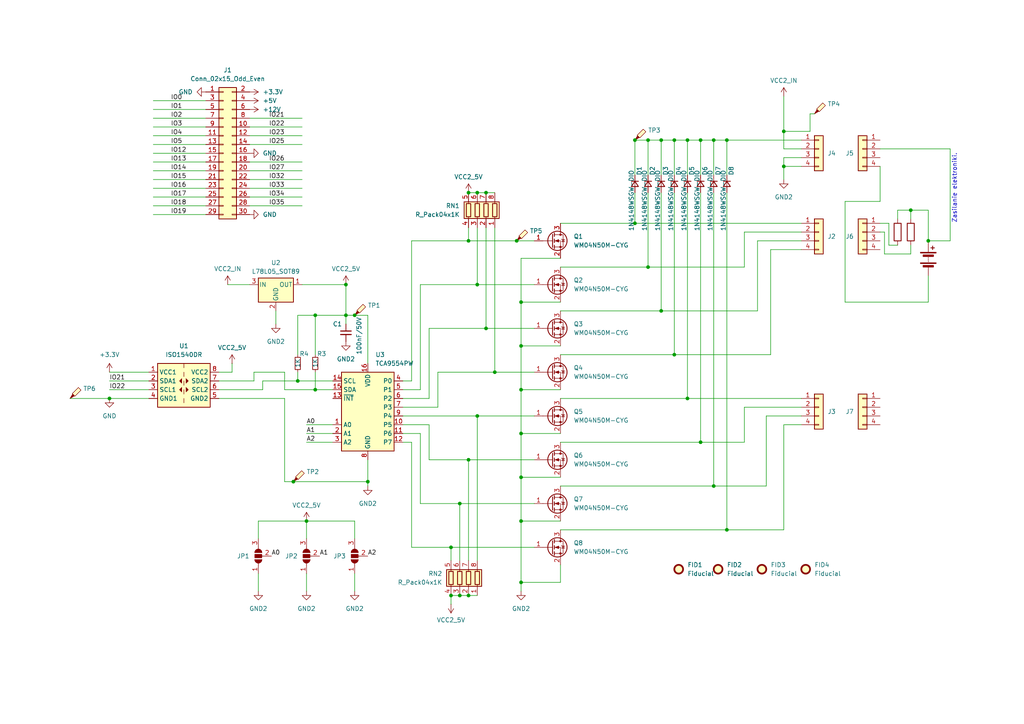
<source format=kicad_sch>
(kicad_sch (version 20231120) (generator "eeschema") (generator_version "8.0")
  (paper "A4")
  (title_block (title "Mercury_PCB_NPNOUT_x8") (date "2025-10-08") (rev "V101") (company "KrzychoPCB"))
  (lib_symbols
    (symbol "Connector:TestPoint_Probe" (pin_numbers hide) (pin_names (offset 0.762) hide)
      (property "Reference" "TP" (at 1.651 5.842 0))
      (property "Value" "TestPoint_Probe" (at 1.651 4.064 0))
      (symbol "TestPoint_Probe_1_1"
        (pin passive line (at 0 0 90) (length 0) (name "1") (number "1"))
      )
    )
    (symbol "Connector_Generic:Conn_01x04" (pin_names (offset 1.016) hide)
      (property "Reference" "J" (at 0 5.08 0))
      (property "Value" "Conn_01x04" (at 0 -7.62 0))
      (symbol "Conn_01x04_1_1"
        (pin passive line (at -5.08 2.54 0) (length 3.81) (name "Pin_1") (number "1"))
        (pin passive line (at -5.08 0 0) (length 3.81) (name "Pin_2") (number "2"))
        (pin passive line (at -5.08 -2.54 0) (length 3.81) (name "Pin_3") (number "3"))
        (pin passive line (at -5.08 -5.08 0) (length 3.81) (name "Pin_4") (number "4"))
      )
    )
    (symbol "Connector_Generic:Conn_02x15_Odd_Even" (pin_names (offset 1.016) hide)
      (property "Reference" "J" (at 1.27 20.32 0))
      (property "Value" "Conn_02x15_Odd_Even" (at 1.27 -20.32 0))
      (symbol "Conn_02x15_Odd_Even_1_1"
        (pin passive line (at -5.08 17.78 0) (length 3.81) (name "Pin_1") (number "1"))
        (pin passive line (at 7.62 7.62 180) (length 3.81) (name "Pin_10") (number "10"))
        (pin passive line (at -5.08 5.08 0) (length 3.81) (name "Pin_11") (number "11"))
        (pin passive line (at 7.62 5.08 180) (length 3.81) (name "Pin_12") (number "12"))
        (pin passive line (at -5.08 2.54 0) (length 3.81) (name "Pin_13") (number "13"))
        (pin passive line (at 7.62 2.54 180) (length 3.81) (name "Pin_14") (number "14"))
        (pin passive line (at -5.08 0 0) (length 3.81) (name "Pin_15") (number "15"))
        (pin passive line (at 7.62 0 180) (length 3.81) (name "Pin_16") (number "16"))
        (pin passive line (at -5.08 -2.54 0) (length 3.81) (name "Pin_17") (number "17"))
        (pin passive line (at 7.62 -2.54 180) (length 3.81) (name "Pin_18") (number "18"))
        (pin passive line (at -5.08 -5.08 0) (length 3.81) (name "Pin_19") (number "19"))
        (pin passive line (at 7.62 17.78 180) (length 3.81) (name "Pin_2") (number "2"))
        (pin passive line (at 7.62 -5.08 180) (length 3.81) (name "Pin_20") (number "20"))
        (pin passive line (at -5.08 -7.62 0) (length 3.81) (name "Pin_21") (number "21"))
        (pin passive line (at 7.62 -7.62 180) (length 3.81) (name "Pin_22") (number "22"))
        (pin passive line (at -5.08 -10.16 0) (length 3.81) (name "Pin_23") (number "23"))
        (pin passive line (at 7.62 -10.16 180) (length 3.81) (name "Pin_24") (number "24"))
        (pin passive line (at -5.08 -12.7 0) (length 3.81) (name "Pin_25") (number "25"))
        (pin passive line (at 7.62 -12.7 180) (length 3.81) (name "Pin_26") (number "26"))
        (pin passive line (at -5.08 -15.24 0) (length 3.81) (name "Pin_27") (number "27"))
        (pin passive line (at 7.62 -15.24 180) (length 3.81) (name "Pin_28") (number "28"))
        (pin passive line (at -5.08 -17.78 0) (length 3.81) (name "Pin_29") (number "29"))
        (pin passive line (at -5.08 15.24 0) (length 3.81) (name "Pin_3") (number "3"))
        (pin passive line (at 7.62 -17.78 180) (length 3.81) (name "Pin_30") (number "30"))
        (pin passive line (at 7.62 15.24 180) (length 3.81) (name "Pin_4") (number "4"))
        (pin passive line (at -5.08 12.7 0) (length 3.81) (name "Pin_5") (number "5"))
        (pin passive line (at 7.62 12.7 180) (length 3.81) (name "Pin_6") (number "6"))
        (pin passive line (at -5.08 10.16 0) (length 3.81) (name "Pin_7") (number "7"))
        (pin passive line (at 7.62 10.16 180) (length 3.81) (name "Pin_8") (number "8"))
        (pin passive line (at -5.08 7.62 0) (length 3.81) (name "Pin_9") (number "9"))
      )
    )
    (symbol "Device:Battery" (pin_numbers hide) (pin_names (offset 0) hide)
      (property "Reference" "BT" (at 2.54 2.54 0))
      (property "Value" "Battery" (at 2.54 0 0))
      (symbol "Battery_1_1"
        (pin passive line (at 0 5.08 270) (length 2.54) (name "+") (number "1"))
        (pin passive line (at 0 -5.08 90) (length 2.54) (name "-") (number "2"))
      )
    )
    (symbol "Device:C_Small" (pin_numbers hide) (pin_names (offset 0.254) hide)
      (property "Reference" "C" (at 0.254 1.778 0))
      (property "Value" "C_Small" (at 0.254 -2.032 0))
      (symbol "C_Small_1_1"
        (pin passive line (at 0 2.54 270) (length 2.032) (name "~") (number "1"))
        (pin passive line (at 0 -2.54 90) (length 2.032) (name "~") (number "2"))
      )
    )
    (symbol "Device:D_Small" (pin_numbers hide) (pin_names (offset 0.254) hide)
      (property "Reference" "D" (at -1.27 2.032 0))
      (property "Value" "D_Small" (at -3.81 -2.032 0))
      (symbol "D_Small_1_1"
        (pin passive line (at -2.54 0 0) (length 1.778) (name "K") (number "1"))
        (pin passive line (at 2.54 0 180) (length 1.778) (name "A") (number "2"))
      )
    )
    (symbol "Device:R" (pin_numbers hide) (pin_names (offset 0))
      (property "Reference" "R" (at 2.032 0 90))
      (property "Value" "R" (at 0 0 90))
      (symbol "R_1_1"
        (pin passive line (at 0 3.81 270) (length 1.27) (name "~") (number "1"))
        (pin passive line (at 0 -3.81 90) (length 1.27) (name "~") (number "2"))
      )
    )
    (symbol "Device:R_Pack04" (pin_names (offset 0) hide)
      (property "Reference" "RN" (at -7.62 0 90))
      (property "Value" "R_Pack04" (at 5.08 0 90))
      (symbol "R_Pack04_1_1"
        (pin passive line (at -5.08 -5.08 90) (length 2.54) (name "R1.1") (number "1"))
        (pin passive line (at -2.54 -5.08 90) (length 2.54) (name "R2.1") (number "2"))
        (pin passive line (at 0 -5.08 90) (length 2.54) (name "R3.1") (number "3"))
        (pin passive line (at 2.54 -5.08 90) (length 2.54) (name "R4.1") (number "4"))
        (pin passive line (at 2.54 5.08 270) (length 2.54) (name "R4.2") (number "5"))
        (pin passive line (at 0 5.08 270) (length 2.54) (name "R3.2") (number "6"))
        (pin passive line (at -2.54 5.08 270) (length 2.54) (name "R2.2") (number "7"))
        (pin passive line (at -5.08 5.08 270) (length 2.54) (name "R1.2") (number "8"))
      )
    )
    (symbol "Device:R_Small" (pin_numbers hide) (pin_names (offset 0.254) hide)
      (property "Reference" "R" (at 0.762 0.508 0))
      (property "Value" "R_Small" (at 0.762 -1.016 0))
      (symbol "R_Small_1_1"
        (pin passive line (at 0 2.54 270) (length 0.762) (name "~") (number "1"))
        (pin passive line (at 0 -2.54 90) (length 0.762) (name "~") (number "2"))
      )
    )
    (symbol "Interface_Expansion:TCA9554PW"
      (property "Reference" "U" (at -7.62 11.43 0))
      (property "Value" "TCA9554PW" (at 2.54 11.43 0))
      (symbol "TCA9554PW_1_1"
        (pin input line (at -10.16 -5.08 0) (length 2.54) (name "A0") (number "1"))
        (pin bidirectional line (at 10.16 -5.08 180) (length 2.54) (name "P5") (number "10"))
        (pin bidirectional line (at 10.16 -7.62 180) (length 2.54) (name "P6") (number "11"))
        (pin bidirectional line (at 10.16 -10.16 180) (length 2.54) (name "P7") (number "12"))
        (pin open_collector line (at -10.16 2.54 0) (length 2.54) (name "~{INT}") (number "13"))
        (pin input line (at -10.16 7.62 0) (length 2.54) (name "SCL") (number "14"))
        (pin bidirectional line (at -10.16 5.08 0) (length 2.54) (name "SDA") (number "15"))
        (pin power_in line (at 0 12.7 270) (length 2.54) (name "VDD") (number "16"))
        (pin input line (at -10.16 -7.62 0) (length 2.54) (name "A1") (number "2"))
        (pin input line (at -10.16 -10.16 0) (length 2.54) (name "A2") (number "3"))
        (pin bidirectional line (at 10.16 7.62 180) (length 2.54) (name "P0") (number "4"))
        (pin bidirectional line (at 10.16 5.08 180) (length 2.54) (name "P1") (number "5"))
        (pin bidirectional line (at 10.16 2.54 180) (length 2.54) (name "P2") (number "6"))
        (pin bidirectional line (at 10.16 0 180) (length 2.54) (name "P3") (number "7"))
        (pin power_in line (at 0 -15.24 90) (length 2.54) (name "GND") (number "8"))
        (pin bidirectional line (at 10.16 -2.54 180) (length 2.54) (name "P4") (number "9"))
      )
    )
    (symbol "Isolator:ISO1540"
      (property "Reference" "U" (at -6.35 6.35 0))
      (property "Value" "ISO1540" (at 3.81 6.35 0))
      (symbol "ISO1540_1_1"
        (pin power_in line (at -10.16 2.54 0) (length 2.54) (name "VCC1") (number "1"))
        (pin bidirectional line (at -10.16 0 0) (length 2.54) (name "SDA1") (number "2"))
        (pin bidirectional line (at -10.16 -2.54 0) (length 2.54) (name "SCL1") (number "3"))
        (pin power_in line (at -10.16 -5.08 0) (length 2.54) (name "GND1") (number "4"))
        (pin power_in line (at 10.16 -5.08 180) (length 2.54) (name "GND2") (number "5"))
        (pin bidirectional line (at 10.16 -2.54 180) (length 2.54) (name "SCL2") (number "6"))
        (pin bidirectional line (at 10.16 0 180) (length 2.54) (name "SDA2") (number "7"))
        (pin power_in line (at 10.16 2.54 180) (length 2.54) (name "VCC2") (number "8"))
      )
    )
    (symbol "Jumper:SolderJumper_3_Open" (pin_names (offset 0) hide)
      (property "Reference" "JP" (at -2.54 -2.54 0))
      (property "Value" "SolderJumper_3_Open" (at 0 2.794 0))
      (symbol "SolderJumper_3_Open_1_1"
        (pin passive line (at -5.08 0 0) (length 2.54) (name "A") (number "1"))
        (pin passive line (at 0 -3.81 90) (length 2.54) (name "C") (number "2"))
        (pin passive line (at 5.08 0 180) (length 2.54) (name "B") (number "3"))
      )
    )
    (symbol "Mechanical:Fiducial" (exclude_from_sim yes) (in_bom no)
      (property "Reference" "FID" (at 0 5.08 0))
      (property "Value" "Fiducial" (at 0 3.175 0))
    )
    (symbol "Regulator_Linear:L78L05_SOT89" (pin_names (offset 0.254))
      (property "Reference" "U" (at -3.81 3.175 0))
      (property "Value" "L78L05_SOT89" (at -0.635 3.175 0))
      (symbol "L78L05_SOT89_1_1"
        (pin power_out line (at 7.62 0 180) (length 2.54) (name "OUT") (number "1"))
        (pin power_in line (at 0 -7.62 90) (length 2.54) (name "GND") (number "2"))
        (pin power_in line (at -7.62 0 0) (length 2.54) (name "IN") (number "3"))
      )
    )
    (symbol "Transistor_FET:2N7002" (pin_names hide)
      (property "Reference" "Q" (at 5.08 1.905 0))
      (property "Value" "2N7002" (at 5.08 0 0))
      (symbol "2N7002_1_1"
        (pin input line (at -5.08 0 0) (length 2.54) (name "G") (number "1"))
        (pin passive line (at 2.54 -5.08 90) (length 2.54) (name "S") (number "2"))
        (pin passive line (at 2.54 5.08 270) (length 2.54) (name "D") (number "3"))
      )
    )
    (symbol "power:+12V" (power) (pin_names (offset 0))
      (property "Value" "+12V" (at 0 3.556 0))
      (symbol "+12V_1_1"
        (pin power_in line (at 0 0 90) (length 0) hide (name "+12V") (number "1"))
      )
    )
    (symbol "power:+3.3V" (power) (pin_names (offset 0))
      (property "Value" "+3.3V" (at 0 3.556 0))
      (symbol "+3.3V_1_1"
        (pin power_in line (at 0 0 90) (length 0) hide (name "+3.3V") (number "1"))
      )
    )
    (symbol "power:+5V" (power) (pin_names (offset 0))
      (property "Value" "+5V" (at 0 3.556 0))
      (symbol "+5V_1_1"
        (pin power_in line (at 0 0 90) (length 0) hide (name "+5V") (number "1"))
      )
    )
    (symbol "power:GND" (power) (pin_names (offset 0))
      (property "Value" "GND" (at 0 -3.81 0))
      (symbol "GND_1_1"
        (pin power_in line (at 0 0 270) (length 0) hide (name "GND") (number "1"))
      )
    )
    (symbol "power:VCC" (power) (pin_numbers hide) (pin_names (offset 0) hide)
      (property "Value" "VCC" (at 0 3.556 0))
      (symbol "VCC_1_1"
        (pin power_in line (at 0 0 90) (length 0) (name "~") (number "1"))
      )
    )
  )
  (junction (at 91.44 113.03))
  (junction (at 85.09 139.7))
  (junction (at 151.13 125.73))
  (junction (at 149.86 69.85))
  (junction (at 143.51 107.95))
  (junction (at 88.9 151.13))
  (junction (at 140.97 55.88))
  (junction (at 102.87 91.44))
  (junction (at 135.89 55.88))
  (junction (at 151.13 168.91))
  (junction (at 184.15 64.77))
  (junction (at 133.35 146.05))
  (junction (at 133.35 172.72))
  (junction (at 151.13 113.03))
  (junction (at 203.2 40.64))
  (junction (at 187.96 40.64))
  (junction (at 31.75 115.57))
  (junction (at 100.33 91.44))
  (junction (at 86.36 110.49))
  (junction (at 227.33 38.1))
  (junction (at 207.01 140.97))
  (junction (at 207.01 40.64))
  (junction (at 203.2 128.27))
  (junction (at 210.82 40.64))
  (junction (at 184.15 40.64))
  (junction (at 151.13 151.13))
  (junction (at 130.81 172.72))
  (junction (at 191.77 90.17))
  (junction (at 91.44 91.44))
  (junction (at 199.39 115.57))
  (junction (at 195.58 102.87))
  (junction (at 195.58 40.64))
  (junction (at 135.89 69.85))
  (junction (at 140.97 95.25))
  (junction (at 151.13 138.43))
  (junction (at 130.81 158.75))
  (junction (at 187.96 77.47))
  (junction (at 135.89 172.72))
  (junction (at 138.43 120.65))
  (junction (at 135.89 133.35))
  (junction (at 100.33 82.55))
  (junction (at 191.77 40.64))
  (junction (at 269.24 69.85))
  (junction (at 138.43 55.88))
  (junction (at 106.68 139.7))
  (junction (at 151.13 87.63))
  (junction (at 138.43 82.55))
  (junction (at 227.33 48.26))
  (junction (at 264.16 60.96))
  (junction (at 210.82 153.67))
  (junction (at 151.13 100.33))
  (junction (at 199.39 40.64))
  (wire (pts (xy 207.01 40.64) (xy 207.01 50.8)))
  (wire (pts (xy 187.96 40.64) (xy 184.15 40.64)))
  (wire (pts (xy 264.16 60.96) (xy 264.16 63.5)))
  (wire (pts (xy 215.9 118.11) (xy 232.41 118.11)))
  (wire (pts (xy 227.33 38.1) (xy 227.33 43.18)))
  (wire (pts (xy 44.45 29.21) (xy 59.69 29.21)))
  (wire (pts (xy 222.25 120.65) (xy 232.41 120.65)))
  (wire (pts (xy 199.39 55.88) (xy 199.39 115.57)))
  (wire (pts (xy 223.52 72.39) (xy 223.52 102.87)))
  (wire (pts (xy 127 107.95) (xy 127 118.11)))
  (wire (pts (xy 87.63 46.99) (xy 72.39 46.99)))
  (wire (pts (xy 44.45 34.29) (xy 59.69 34.29)))
  (wire (pts (xy 135.89 69.85) (xy 149.86 69.85)))
  (wire (pts (xy 184.15 55.88) (xy 184.15 64.77)))
  (wire (pts (xy 154.94 82.55) (xy 138.43 82.55)))
  (wire (pts (xy 151.13 138.43) (xy 151.13 151.13)))
  (wire (pts (xy 119.38 110.49) (xy 119.38 69.85)))
  (wire (pts (xy 203.2 40.64) (xy 199.39 40.64)))
  (wire (pts (xy 140.97 95.25) (xy 154.94 95.25)))
  (wire (pts (xy 124.46 95.25) (xy 140.97 95.25)))
  (wire (pts (xy 44.45 39.37) (xy 59.69 39.37)))
  (wire (pts (xy 184.15 64.77) (xy 232.41 64.77)))
  (wire (pts (xy 269.24 69.85) (xy 275.59 69.85)))
  (wire (pts (xy 74.93 166.37) (xy 74.93 171.45)))
  (wire (pts (xy 116.84 110.49) (xy 119.38 110.49)))
  (wire (pts (xy 86.36 110.49) (xy 96.52 110.49)))
  (wire (pts (xy 87.63 82.55) (xy 100.33 82.55)))
  (wire (pts (xy 87.63 54.61) (xy 72.39 54.61)))
  (wire (pts (xy 151.13 87.63) (xy 162.56 87.63)))
  (wire (pts (xy 44.45 49.53) (xy 59.69 49.53)))
  (wire (pts (xy 151.13 125.73) (xy 162.56 125.73)))
  (wire (pts (xy 91.44 113.03) (xy 96.52 113.03)))
  (wire (pts (xy 87.63 49.53) (xy 72.39 49.53)))
  (wire (pts (xy 100.33 91.44) (xy 102.87 91.44)))
  (wire (pts (xy 138.43 82.55) (xy 121.92 82.55)))
  (wire (pts (xy 154.94 107.95) (xy 143.51 107.95)))
  (wire (pts (xy 151.13 87.63) (xy 151.13 100.33)))
  (wire (pts (xy 82.55 107.95) (xy 82.55 113.03)))
  (wire (pts (xy 234.95 33.02) (xy 234.95 38.1)))
  (wire (pts (xy 121.92 125.73) (xy 121.92 146.05)))
  (wire (pts (xy 227.33 27.94) (xy 227.33 38.1)))
  (wire (pts (xy 82.55 139.7) (xy 85.09 139.7)))
  (wire (pts (xy 203.2 128.27) (xy 215.9 128.27)))
  (wire (pts (xy 80.01 90.17) (xy 80.01 93.98)))
  (wire (pts (xy 256.54 73.66) (xy 264.16 73.66)))
  (wire (pts (xy 151.13 100.33) (xy 162.56 100.33)))
  (wire (pts (xy 210.82 40.64) (xy 232.41 40.64)))
  (wire (pts (xy 86.36 91.44) (xy 91.44 91.44)))
  (wire (pts (xy 102.87 151.13) (xy 88.9 151.13)))
  (wire (pts (xy 207.01 55.88) (xy 207.01 140.97)))
  (wire (pts (xy 130.81 158.75) (xy 130.81 162.56)))
  (wire (pts (xy 86.36 102.87) (xy 86.36 91.44)))
  (wire (pts (xy 151.13 168.91) (xy 162.56 168.91)))
  (wire (pts (xy 87.63 59.69) (xy 72.39 59.69)))
  (wire (pts (xy 195.58 40.64) (xy 195.58 50.8)))
  (wire (pts (xy 140.97 55.88) (xy 143.51 55.88)))
  (wire (pts (xy 162.56 153.67) (xy 210.82 153.67)))
  (wire (pts (xy 215.9 67.31) (xy 232.41 67.31)))
  (wire (pts (xy 162.56 102.87) (xy 195.58 102.87)))
  (wire (pts (xy 88.9 151.13) (xy 74.93 151.13)))
  (wire (pts (xy 187.96 77.47) (xy 215.9 77.47)))
  (wire (pts (xy 227.33 43.18) (xy 232.41 43.18)))
  (wire (pts (xy 86.36 107.95) (xy 86.36 110.49)))
  (wire (pts (xy 138.43 66.04) (xy 138.43 82.55)))
  (wire (pts (xy 162.56 90.17) (xy 191.77 90.17)))
  (wire (pts (xy 100.33 91.44) (xy 100.33 93.98)))
  (wire (pts (xy 227.33 153.67) (xy 227.33 123.19)))
  (wire (pts (xy 116.84 120.65) (xy 138.43 120.65)))
  (wire (pts (xy 133.35 172.72) (xy 135.89 172.72)))
  (wire (pts (xy 135.89 172.72) (xy 138.43 172.72)))
  (wire (pts (xy 151.13 74.93) (xy 151.13 87.63)))
  (wire (pts (xy 162.56 74.93) (xy 151.13 74.93)))
  (wire (pts (xy 255.27 67.31) (xy 256.54 67.31)))
  (wire (pts (xy 232.41 45.72) (xy 227.33 45.72)))
  (wire (pts (xy 162.56 115.57) (xy 199.39 115.57)))
  (wire (pts (xy 88.9 151.13) (xy 88.9 156.21)))
  (wire (pts (xy 44.45 44.45) (xy 59.69 44.45)))
  (wire (pts (xy 138.43 120.65) (xy 154.94 120.65)))
  (wire (pts (xy 133.35 146.05) (xy 133.35 162.56)))
  (wire (pts (xy 260.35 60.96) (xy 264.16 60.96)))
  (wire (pts (xy 135.89 55.88) (xy 138.43 55.88)))
  (wire (pts (xy 234.95 38.1) (xy 227.33 38.1)))
  (wire (pts (xy 151.13 100.33) (xy 151.13 113.03)))
  (wire (pts (xy 119.38 128.27) (xy 116.84 128.27)))
  (wire (pts (xy 106.68 91.44) (xy 106.68 105.41)))
  (wire (pts (xy 143.51 66.04) (xy 143.51 107.95)))
  (wire (pts (xy 143.51 107.95) (xy 127 107.95)))
  (wire (pts (xy 232.41 72.39) (xy 223.52 72.39)))
  (wire (pts (xy 121.92 146.05) (xy 133.35 146.05)))
  (wire (pts (xy 44.45 52.07) (xy 59.69 52.07)))
  (wire (pts (xy 255.27 58.42) (xy 245.11 58.42)))
  (wire (pts (xy 275.59 43.18) (xy 255.27 43.18)))
  (wire (pts (xy 20.32 115.57) (xy 31.75 115.57)))
  (wire (pts (xy 63.5 110.49) (xy 73.66 110.49)))
  (wire (pts (xy 76.2 113.03) (xy 76.2 110.49)))
  (wire (pts (xy 31.75 115.57) (xy 43.18 115.57)))
  (wire (pts (xy 232.41 48.26) (xy 227.33 48.26)))
  (wire (pts (xy 44.45 54.61) (xy 59.69 54.61)))
  (wire (pts (xy 162.56 163.83) (xy 162.56 168.91)))
  (wire (pts (xy 44.45 62.23) (xy 59.69 62.23)))
  (wire (pts (xy 44.45 41.91) (xy 59.69 41.91)))
  (wire (pts (xy 135.89 133.35) (xy 154.94 133.35)))
  (wire (pts (xy 102.87 91.44) (xy 106.68 91.44)))
  (wire (pts (xy 44.45 46.99) (xy 59.69 46.99)))
  (wire (pts (xy 88.9 123.19) (xy 96.52 123.19)))
  (wire (pts (xy 195.58 55.88) (xy 195.58 102.87)))
  (wire (pts (xy 255.27 64.77) (xy 257.81 64.77)))
  (wire (pts (xy 88.9 125.73) (xy 96.52 125.73)))
  (wire (pts (xy 184.15 40.64) (xy 184.15 50.8)))
  (wire (pts (xy 130.81 172.72) (xy 130.81 175.26)))
  (wire (pts (xy 151.13 125.73) (xy 151.13 138.43)))
  (wire (pts (xy 151.13 138.43) (xy 162.56 138.43)))
  (wire (pts (xy 106.68 133.35) (xy 106.68 139.7)))
  (wire (pts (xy 140.97 66.04) (xy 140.97 95.25)))
  (wire (pts (xy 63.5 115.57) (xy 82.55 115.57)))
  (wire (pts (xy 31.75 110.49) (xy 43.18 110.49)))
  (wire (pts (xy 116.84 125.73) (xy 121.92 125.73)))
  (wire (pts (xy 195.58 102.87) (xy 223.52 102.87)))
  (wire (pts (xy 127 118.11) (xy 116.84 118.11)))
  (wire (pts (xy 245.11 58.42) (xy 245.11 87.63)))
  (wire (pts (xy 191.77 40.64) (xy 191.77 50.8)))
  (wire (pts (xy 162.56 128.27) (xy 203.2 128.27)))
  (wire (pts (xy 264.16 60.96) (xy 269.24 60.96)))
  (wire (pts (xy 199.39 115.57) (xy 232.41 115.57)))
  (wire (pts (xy 133.35 146.05) (xy 154.94 146.05)))
  (wire (pts (xy 195.58 40.64) (xy 191.77 40.64)))
  (wire (pts (xy 87.63 39.37) (xy 72.39 39.37)))
  (wire (pts (xy 130.81 158.75) (xy 154.94 158.75)))
  (wire (pts (xy 87.63 57.15) (xy 72.39 57.15)))
  (wire (pts (xy 82.55 113.03) (xy 91.44 113.03)))
  (wire (pts (xy 135.89 133.35) (xy 135.89 162.56)))
  (wire (pts (xy 74.93 151.13) (xy 74.93 156.21)))
  (wire (pts (xy 135.89 66.04) (xy 135.89 69.85)))
  (wire (pts (xy 116.84 123.19) (xy 124.46 123.19)))
  (wire (pts (xy 82.55 115.57) (xy 82.55 139.7)))
  (wire (pts (xy 44.45 31.75) (xy 59.69 31.75)))
  (wire (pts (xy 245.11 87.63) (xy 269.24 87.63)))
  (wire (pts (xy 31.75 113.03) (xy 43.18 113.03)))
  (wire (pts (xy 100.33 82.55) (xy 100.33 91.44)))
  (wire (pts (xy 102.87 156.21) (xy 102.87 151.13)))
  (wire (pts (xy 149.86 69.85) (xy 154.94 69.85)))
  (wire (pts (xy 215.9 128.27) (xy 215.9 118.11)))
  (wire (pts (xy 151.13 168.91) (xy 151.13 171.45)))
  (wire (pts (xy 222.25 140.97) (xy 222.25 120.65)))
  (wire (pts (xy 73.66 110.49) (xy 73.66 107.95)))
  (wire (pts (xy 88.9 166.37) (xy 88.9 171.45)))
  (wire (pts (xy 31.75 107.95) (xy 43.18 107.95)))
  (wire (pts (xy 199.39 40.64) (xy 199.39 50.8)))
  (wire (pts (xy 236.22 33.02) (xy 234.95 33.02)))
  (wire (pts (xy 151.13 151.13) (xy 151.13 168.91)))
  (wire (pts (xy 119.38 158.75) (xy 130.81 158.75)))
  (wire (pts (xy 210.82 40.64) (xy 207.01 40.64)))
  (wire (pts (xy 73.66 107.95) (xy 82.55 107.95)))
  (wire (pts (xy 85.09 139.7) (xy 106.68 139.7)))
  (wire (pts (xy 44.45 57.15) (xy 59.69 57.15)))
  (wire (pts (xy 76.2 110.49) (xy 86.36 110.49)))
  (wire (pts (xy 106.68 139.7) (xy 106.68 140.97)))
  (wire (pts (xy 67.31 105.41) (xy 67.31 107.95)))
  (wire (pts (xy 162.56 140.97) (xy 207.01 140.97)))
  (wire (pts (xy 87.63 52.07) (xy 72.39 52.07)))
  (wire (pts (xy 87.63 36.83) (xy 72.39 36.83)))
  (wire (pts (xy 124.46 123.19) (xy 124.46 133.35)))
  (wire (pts (xy 119.38 128.27) (xy 119.38 158.75)))
  (wire (pts (xy 102.87 166.37) (xy 102.87 171.45)))
  (wire (pts (xy 66.04 82.55) (xy 72.39 82.55)))
  (wire (pts (xy 227.33 123.19) (xy 232.41 123.19)))
  (wire (pts (xy 67.31 107.95) (xy 63.5 107.95)))
  (wire (pts (xy 121.92 113.03) (xy 116.84 113.03)))
  (wire (pts (xy 91.44 107.95) (xy 91.44 113.03)))
  (wire (pts (xy 162.56 77.47) (xy 187.96 77.47)))
  (wire (pts (xy 63.5 113.03) (xy 76.2 113.03)))
  (wire (pts (xy 210.82 55.88) (xy 210.82 153.67)))
  (wire (pts (xy 210.82 153.67) (xy 227.33 153.67)))
  (wire (pts (xy 207.01 140.97) (xy 222.25 140.97)))
  (wire (pts (xy 162.56 64.77) (xy 184.15 64.77)))
  (wire (pts (xy 87.63 34.29) (xy 72.39 34.29)))
  (wire (pts (xy 130.81 172.72) (xy 133.35 172.72)))
  (wire (pts (xy 116.84 115.57) (xy 124.46 115.57)))
  (wire (pts (xy 215.9 77.47) (xy 215.9 67.31)))
  (wire (pts (xy 255.27 48.26) (xy 255.27 58.42)))
  (wire (pts (xy 138.43 120.65) (xy 138.43 162.56)))
  (wire (pts (xy 256.54 67.31) (xy 256.54 73.66)))
  (wire (pts (xy 199.39 40.64) (xy 195.58 40.64)))
  (wire (pts (xy 210.82 50.8) (xy 210.82 40.64)))
  (wire (pts (xy 207.01 40.64) (xy 203.2 40.64)))
  (wire (pts (xy 203.2 40.64) (xy 203.2 50.8)))
  (wire (pts (xy 219.71 90.17) (xy 219.71 69.85)))
  (wire (pts (xy 87.63 41.91) (xy 72.39 41.91)))
  (wire (pts (xy 191.77 40.64) (xy 187.96 40.64)))
  (wire (pts (xy 257.81 71.12) (xy 260.35 71.12)))
  (wire (pts (xy 191.77 55.88) (xy 191.77 90.17)))
  (wire (pts (xy 124.46 115.57) (xy 124.46 95.25)))
  (wire (pts (xy 151.13 113.03) (xy 151.13 125.73)))
  (wire (pts (xy 203.2 55.88) (xy 203.2 128.27)))
  (wire (pts (xy 91.44 91.44) (xy 100.33 91.44)))
  (wire (pts (xy 260.35 63.5) (xy 260.35 60.96)))
  (wire (pts (xy 119.38 69.85) (xy 135.89 69.85)))
  (wire (pts (xy 88.9 128.27) (xy 96.52 128.27)))
  (wire (pts (xy 227.33 48.26) (xy 227.33 52.07)))
  (wire (pts (xy 264.16 73.66) (xy 264.16 71.12)))
  (wire (pts (xy 269.24 60.96) (xy 269.24 69.85)))
  (wire (pts (xy 121.92 82.55) (xy 121.92 113.03)))
  (wire (pts (xy 138.43 55.88) (xy 140.97 55.88)))
  (wire (pts (xy 91.44 102.87) (xy 91.44 91.44)))
  (wire (pts (xy 44.45 59.69) (xy 59.69 59.69)))
  (wire (pts (xy 257.81 64.77) (xy 257.81 71.12)))
  (wire (pts (xy 191.77 90.17) (xy 219.71 90.17)))
  (wire (pts (xy 151.13 151.13) (xy 162.56 151.13)))
  (wire (pts (xy 44.45 36.83) (xy 59.69 36.83)))
  (wire (pts (xy 124.46 133.35) (xy 135.89 133.35)))
  (wire (pts (xy 187.96 40.64) (xy 187.96 50.8)))
  (wire (pts (xy 227.33 45.72) (xy 227.33 48.26)))
  (wire (pts (xy 219.71 69.85) (xy 232.41 69.85)))
  (wire (pts (xy 187.96 55.88) (xy 187.96 77.47)))
  (wire (pts (xy 269.24 80.01) (xy 269.24 87.63)))
  (wire (pts (xy 275.59 43.18) (xy 275.59 69.85)))
  (wire (pts (xy 151.13 113.03) (xy 162.56 113.03)))
  (text "Zasilanie elektroniki." (at 276.86 54.61 90) (effects (font (size 1.27 1.27))))
  (label "IO35" (at 82.55 59.69 180))
  (label "A2" (at 88.9 128.27 0))
  (label "IO21" (at 31.75 110.49 0))
  (label "IO2" (at 49.53 34.29 0))
  (label "IO26" (at 82.55 46.99 180))
  (label "IO4" (at 49.53 39.37 0))
  (label "IO34" (at 82.55 57.15 180))
  (label "IO0" (at 49.53 29.21 0))
  (label "IO5" (at 49.53 41.91 0))
  (label "IO33" (at 82.55 54.61 180))
  (label "IO1" (at 49.53 31.75 0))
  (label "IO15" (at 49.53 52.07 0))
  (label "IO13" (at 49.53 46.99 0))
  (label "IO18" (at 49.53 59.69 0))
  (label "IO17" (at 49.53 57.15 0))
  (label "IO14" (at 49.53 49.53 0))
  (label "IO16" (at 49.53 54.61 0))
  (label "IO22" (at 82.55 36.83 180))
  (label "IO32" (at 82.55 52.07 180))
  (label "A0" (at 78.74 161.29 0))
  (label "IO23" (at 82.55 39.37 180))
  (label "IO21" (at 82.55 34.29 180))
  (label "IO25" (at 82.55 41.91 180))
  (label "A2" (at 106.68 161.29 0))
  (label "IO27" (at 82.55 49.53 180))
  (label "IO3" (at 49.53 36.83 0))
  (label "IO22" (at 31.75 113.03 0))
  (label "A1" (at 88.9 125.73 0))
  (label "IO12" (at 49.53 44.45 0))
  (label "A1" (at 92.71 161.29 0))
  (label "IO19" (at 49.53 62.23 0))
  (label "A0" (at 88.9 123.19 0))
  (symbol (lib_id "Interface_Expansion:TCA9554PW") (at 106.68 118.11 0) (unit 1)
    (property "Reference" "U3" (at 108.8741 102.87 0) (effects (justify left)))
    (property "Value" "TCA9554PW" (at 108.8741 105.41 0) (effects (justify left)))
    (property "Footprint" "Package_SO:TSSOP-16_4.4x5mm_P0.65mm" (effects (hide yes)))
    (property "Datasheet" "http://www.ti.com/lit/ds/symlink/tca9554.pdf" (effects (hide yes)))
    (property "Description" "8 Bit Port/Expander, I2C SMBUS, Interrupt output, TSSOP-16" (effects (hide yes)))
    (property "TME" "TCA9554APWR" (effects (hide yes)))
    (property "cena" "3,33" (effects (hide yes)))
  )
  (symbol (lib_id "Regulator_Linear:L78L05_SOT89") (at 80.01 82.55 0) (unit 1)
    (property "Reference" "U2" (at 80.01 76.2 0))
    (property "Value" "L78L05_SOT89" (at 80.01 78.74 0))
    (property "Footprint" "Package_TO_SOT_SMD:SOT-89-3" (effects (hide yes)))
    (property "Datasheet" "http://www.st.com/content/ccc/resource/technical/document/datasheet/15/55/e5/aa/23/5b/43/fd/CD00000446.pdf/files/CD00000446.pdf/jcr:content/translations/en.CD00000446.pdf" (effects (hide yes)))
    (property "Description" "Positive 100mA 30V Linear Regulator, Fixed Output 5V, SOT-89" (effects (hide yes)))
    (property "TME" "L78L05ABUTR" (effects (hide yes)))
    (property "cena" "0,43" (effects (hide yes)))
  )
  (symbol (lib_id "Transistor_FET:2N7002") (at 160.02 95.25 0) (unit 1)
    (property "Reference" "Q3" (at 166.37 93.9799 0) (effects (justify left)))
    (property "Value" "WM04N50M-CYG" (at 166.37 96.5199 0) (effects (justify left)))
    (property "Footprint" "Package_TO_SOT_SMD:SOT-23" (effects (hide yes)))
    (property "Datasheet" "chrome-extension://efaidnbmnnnibpcajpcglclefindmkaj/https://way-on.cn/upload/202310/07/202310071434182148.pdf" (effects (hide yes)))
    (property "Description" "0.115A Id, 60V Vds, N-Channel MOSFET, SOT-23" (effects (hide yes)))
    (property "TME" "WM04N50M-CYG" (effects (hide yes)))
    (property "cena" "0,14" (effects (hide yes)))
  )
  (symbol (lib_id "Transistor_FET:2N7002") (at 160.02 120.65 0) (unit 1)
    (property "Reference" "Q5" (at 166.37 119.3799 0) (effects (justify left)))
    (property "Value" "WM04N50M-CYG" (at 166.37 121.9199 0) (effects (justify left)))
    (property "Footprint" "Package_TO_SOT_SMD:SOT-23" (effects (hide yes)))
    (property "Datasheet" "chrome-extension://efaidnbmnnnibpcajpcglclefindmkaj/https://way-on.cn/upload/202310/07/202310071434182148.pdf" (effects (hide yes)))
    (property "Description" "0.115A Id, 60V Vds, N-Channel MOSFET, SOT-23" (effects (hide yes)))
    (property "TME" "WM04N50M-CYG" (effects (hide yes)))
    (property "cena" "0,14" (effects (hide yes)))
  )
  (symbol (lib_id "Connector_Generic:Conn_01x04") (at 237.49 118.11 0) (unit 1)
    (property "Reference" "J3" (at 240.03 119.3799 0) (effects (justify left)))
    (property "Value" "OQ0412500000G" (effects (hide yes)))
    (property "Footprint" "degson:15EDGVC-3.5-04P" (effects (hide yes)))
    (property "Description" "Generic connector, single row, 01x04, script generated (kicad-library-utils/schlib/autogen/connector/)" (effects (hide yes)))
    (property "TME" "OQ0412500000G" (effects (hide yes)))
    (property "cena" "1,8" (effects (hide yes)))
  )
  (symbol (lib_id "Device:D_Small") (at 184.15 53.34 270) (unit 1)
    (property "Reference" "D1" (at 185.42 49.53 0))
    (property "Value" "1N4148WSGW-DIO" (at 183.134 58.166 0))
    (property "Footprint" "Diode_SMD:D_SOD-323_HandSoldering" (effects (hide yes)))
    (property "Sim.Device" "D" (effects (hide yes)))
    (property "Sim.Pins" "1=K 2=A" (effects (hide yes)))
    (property "LCSC Part #" "C2128" (effects (hide yes)))
    (property "Order" "3000" (effects (hide yes)))
    (property "LCSC_price" "0,0065" (effects (hide yes)))
    (property "TME_price" "0,0095" (effects (hide yes)))
    (property "TME" "1N4148WSGW-DIO" (effects (hide yes)))
    (property "cena" "0,043" (effects (hide yes)))
  )
  (symbol (lib_id "power:+3.3V") (at 72.39 26.67 270) (unit 1)
    (property "Reference" "#PWR05" (effects (hide yes)))
    (property "Value" "+3.3V" (at 76.2 26.67 90) (effects (justify left)))
  )
  (symbol (lib_id "Device:R") (at 264.16 67.31 0) (unit 1)
    (property "Reference" "R1" (effects (hide yes)))
    (property "Value" "R" (effects (hide yes)))
    (property "Description" "Resistor" (effects (hide yes)))
  )
  (symbol (lib_id "Connector_Generic:Conn_01x04") (at 237.49 43.18 0) (unit 1)
    (property "Reference" "J4" (at 240.03 44.4499 0) (effects (justify left)))
    (property "Value" "OQ0412500000G" (effects (hide yes)))
    (property "Footprint" "degson:15EDGVC-3.5-04P" (effects (hide yes)))
    (property "Description" "Generic connector, single row, 01x04, script generated (kicad-library-utils/schlib/autogen/connector/)" (effects (hide yes)))
    (property "TME" "OQ0412500000G" (effects (hide yes)))
    (property "cena" "1,8" (effects (hide yes)))
  )
  (symbol (lib_id "Device:R_Pack04") (at 138.43 60.96 0) (mirror y) (unit 1)
    (property "Reference" "RN1" (at 133.35 59.6899 0) (effects (justify left)))
    (property "Value" "R_Pack04x1K" (at 133.35 62.2299 0) (effects (justify left)))
    (property "Footprint" "Resistor_SMD:R_Array_Convex_4x0603" (effects (hide yes)))
    (property "Description" "4 resistor network, parallel topology" (effects (hide yes)))
    (property "TME" "YC164-FR-071KL" (effects (hide yes)))
    (property "cena" "0,1" (effects (hide yes)))
  )
  (symbol (lib_id "Connector:TestPoint_Probe") (at 20.32 115.57 0) (unit 1)
    (property "Reference" "TP6" (at 24.13 112.7124 0) (effects (justify left)))
    (property "Value" "TestPoint_Probe" (effects (hide yes)))
    (property "Footprint" "TestPoint:TestPoint_THTPad_1.5x1.5mm_Drill0.7mm" (effects (hide yes)))
    (property "Description" "test point (alternative probe-style design)" (effects (hide yes)))
  )
  (symbol (lib_id "Jumper:SolderJumper_3_Open") (at 74.93 161.29 90) (unit 1) (in_bom no)
    (property "Reference" "JP1" (at 72.39 161.29 90) (effects (justify left)))
    (property "Value" "SolderJumper_3_Open" (effects (hide yes)))
    (property "Footprint" "Jumper:SolderJumper-3_P1.3mm_Open_RoundedPad1.0x1.5mm" (effects (hide yes)))
  )
  (symbol (lib_id "Mechanical:Fiducial") (at 233.68 165.1 0) (unit 1) (exclude_from_sim yes) (in_bom no)
    (property "Reference" "FID4" (at 236.22 163.8299 0) (effects (justify left)))
    (property "Value" "Fiducial" (at 236.22 166.3699 0) (effects (justify left)))
    (property "Footprint" "Fiducial:Fiducial_1mm_Mask2mm" (effects (hide yes)))
    (property "Description" "Fiducial Marker" (effects (hide yes)))
  )
  (symbol (lib_id "power:GND") (at 31.75 115.57 0) (unit 1)
    (property "Reference" "#PWR02" (effects (hide yes)))
    (property "Value" "GND" (at 31.75 120.65 0))
  )
  (symbol (lib_id "Device:Battery") (at 269.24 74.93 0) (unit 1)
    (property "Reference" "BT1" (effects (hide yes)))
    (property "Value" "Battery" (effects (hide yes)))
    (property "Description" "Multiple-cell battery" (effects (hide yes)))
  )
  (symbol (lib_id "power:GND") (at 227.33 52.07 0) (unit 1)
    (property "Reference" "#PWR019" (effects (hide yes)))
    (property "Value" "GND2" (at 227.33 57.15 0))
  )
  (symbol (lib_id "Transistor_FET:2N7002") (at 160.02 133.35 0) (unit 1)
    (property "Reference" "Q6" (at 166.37 132.0799 0) (effects (justify left)))
    (property "Value" "WM04N50M-CYG" (at 166.37 134.6199 0) (effects (justify left)))
    (property "Footprint" "Package_TO_SOT_SMD:SOT-23" (effects (hide yes)))
    (property "Datasheet" "chrome-extension://efaidnbmnnnibpcajpcglclefindmkaj/https://way-on.cn/upload/202310/07/202310071434182148.pdf" (effects (hide yes)))
    (property "Description" "0.115A Id, 60V Vds, N-Channel MOSFET, SOT-23" (effects (hide yes)))
    (property "TME" "WM04N50M-CYG" (effects (hide yes)))
    (property "cena" "0,14" (effects (hide yes)))
  )
  (symbol (lib_id "Isolator:ISO1540") (at 53.34 110.49 0) (unit 1)
    (property "Reference" "U1" (at 53.34 100.33 0))
    (property "Value" "ISO1540DR" (at 53.34 102.87 0))
    (property "Footprint" "Package_SO:SOIC-8_3.9x4.9mm_P1.27mm" (effects (hide yes)))
    (property "Datasheet" "http://www.ti.com/lit/ds/symlink/iso1541.pdf" (effects (hide yes)))
    (property "Description" "I2C Isolator, 2.5 kVrms, Bidirectional clock and data, SOIC-8" (effects (hide yes)))
    (property "TME" "ISO1540DR" (effects (hide yes)))
    (property "cena" "15,2" (effects (hide yes)))
  )
  (symbol (lib_id "Device:C_Small") (at 100.33 96.52 0) (unit 1)
    (property "Reference" "C1" (at 96.52 93.98 0) (effects (justify left)))
    (property "Value" "100nF/50V" (at 104.14 102.87 90) (effects (justify left)))
    (property "Footprint" "Capacitor_SMD:C_0603_1608Metric" (effects (hide yes)))
    (property "LCSC part#" "C14663" (effects (hide yes)))
  )
  (symbol (lib_id "Device:D_Small") (at 210.82 53.34 270) (unit 1)
    (property "Reference" "D8" (at 212.09 49.53 0))
    (property "Value" "1N4148WSGW-DIO" (at 209.804 58.166 0))
    (property "Footprint" "Diode_SMD:D_SOD-323_HandSoldering" (effects (hide yes)))
    (property "Sim.Device" "D" (effects (hide yes)))
    (property "Sim.Pins" "1=K 2=A" (effects (hide yes)))
    (property "LCSC Part #" "C2128" (effects (hide yes)))
    (property "Order" "3000" (effects (hide yes)))
    (property "LCSC_price" "0,0065" (effects (hide yes)))
    (property "TME_price" "0,0095" (effects (hide yes)))
    (property "TME" "1N4148WSGW-DIO" (effects (hide yes)))
    (property "cena" "0,043" (effects (hide yes)))
  )
  (symbol (lib_id "Device:R_Small") (at 86.36 105.41 0) (unit 1)
    (property "Reference" "R4" (at 86.868 102.616 0) (effects (justify left)))
    (property "Value" "1K" (at 86.36 106.68 90) (effects (justify left)))
    (property "Footprint" "Resistor_SMD:R_0603_1608Metric" (effects (hide yes)))
    (property "Description" "Resistor, small symbol" (effects (hide yes)))
    (property "TME" "SMD0603-1K-1%" (effects (hide yes)))
  )
  (symbol (lib_id "power:GND") (at 74.93 171.45 0) (unit 1)
    (property "Reference" "#PWR04" (effects (hide yes)))
    (property "Value" "GND2" (at 74.93 176.53 0))
  )
  (symbol (lib_id "Connector:TestPoint_Probe") (at 85.09 139.7 0) (unit 1)
    (property "Reference" "TP2" (at 88.9 136.8424 0) (effects (justify left)))
    (property "Value" "TestPoint_Probe" (effects (hide yes)))
    (property "Footprint" "TestPoint:TestPoint_THTPad_1.5x1.5mm_Drill0.7mm" (effects (hide yes)))
    (property "Description" "test point (alternative probe-style design)" (effects (hide yes)))
  )
  (symbol (lib_id "power:+5V") (at 72.39 29.21 270) (unit 1)
    (property "Reference" "#PWR06" (effects (hide yes)))
    (property "Value" "+5V" (at 76.2 29.21 90) (effects (justify left)))
  )
  (symbol (lib_id "Connector_Generic:Conn_01x04") (at 250.19 118.11 0) (mirror y) (unit 1) (on_board no)
    (property "Reference" "J7" (at 247.65 119.3799 0) (effects (justify left)))
    (property "Value" "TJ0411530000G" (effects (hide yes)))
    (property "Description" "Generic connector, single row, 01x04, script generated (kicad-library-utils/schlib/autogen/connector/)" (effects (hide yes)))
    (property "TME" "TJ0411530000G" (effects (hide yes)))
    (property "cena" "3,3" (effects (hide yes)))
  )
  (symbol (lib_id "Connector:TestPoint_Probe") (at 184.15 40.64 0) (unit 1)
    (property "Reference" "TP3" (at 187.96 37.7824 0) (effects (justify left)))
    (property "Value" "TestPoint_Probe" (effects (hide yes)))
    (property "Footprint" "TestPoint:TestPoint_THTPad_1.5x1.5mm_Drill0.7mm" (effects (hide yes)))
    (property "Description" "test point (alternative probe-style design)" (effects (hide yes)))
  )
  (symbol (lib_id "Connector_Generic:Conn_02x15_Odd_Even") (at 64.77 44.45 0) (unit 1) (in_bom no)
    (property "Reference" "J1" (at 66.04 20.32 0))
    (property "Value" "Conn_02x15_Odd_Even" (at 66.04 22.86 0))
    (property "Footprint" "Connector_PinHeader_2.54mm:PinHeader_2x15_P2.54mm_Vertical" (effects (hide yes)))
    (property "LCSC part#" "C132129" (effects (hide yes)))
    (property "cena" "0,8" (effects (hide yes)))
    (property "MARITEX" "ULO-PH409-2*15SF11" (effects (hide yes)))
  )
  (symbol (lib_id "power:GND") (at 59.69 26.67 270) (unit 1)
    (property "Reference" "#PWR03" (effects (hide yes)))
    (property "Value" "GND" (at 55.88 26.67 90) (effects (justify right)))
  )
  (symbol (lib_id "power:GND") (at 102.87 171.45 0) (unit 1)
    (property "Reference" "#PWR011" (effects (hide yes)))
    (property "Value" "GND2" (at 102.87 176.53 0))
  )
  (symbol (lib_id "power:GND") (at 100.33 99.06 0) (unit 1)
    (property "Reference" "#PWR014" (effects (hide yes)))
    (property "Value" "GND2" (at 100.33 104.14 0))
  )
  (symbol (lib_id "Device:D_Small") (at 207.01 53.34 270) (unit 1)
    (property "Reference" "D7" (at 208.28 49.53 0))
    (property "Value" "1N4148WSGW-DIO" (at 205.994 58.166 0))
    (property "Footprint" "Diode_SMD:D_SOD-323_HandSoldering" (effects (hide yes)))
    (property "Sim.Device" "D" (effects (hide yes)))
    (property "Sim.Pins" "1=K 2=A" (effects (hide yes)))
    (property "LCSC Part #" "C2128" (effects (hide yes)))
    (property "Order" "3000" (effects (hide yes)))
    (property "LCSC_price" "0,0065" (effects (hide yes)))
    (property "TME_price" "0,0095" (effects (hide yes)))
    (property "TME" "1N4148WSGW-DIO" (effects (hide yes)))
    (property "cena" "0,043" (effects (hide yes)))
  )
  (symbol (lib_id "power:VCC") (at 135.89 55.88 0) (unit 1)
    (property "Reference" "#PWR017" (effects (hide yes)))
    (property "Value" "VCC2_5V" (at 135.89 51.308 0))
    (property "Description" "Power symbol creates a global label with name \"VCC\"" (effects (hide yes)))
  )
  (symbol (lib_id "Connector_Generic:Conn_01x04") (at 237.49 67.31 0) (unit 1)
    (property "Reference" "J2" (at 240.03 68.5799 0) (effects (justify left)))
    (property "Value" "OQ0412500000G" (effects (hide yes)))
    (property "Footprint" "degson:15EDGVC-3.5-04P" (effects (hide yes)))
    (property "Description" "Generic connector, single row, 01x04, script generated (kicad-library-utils/schlib/autogen/connector/)" (effects (hide yes)))
    (property "TME" "OQ0412500000G" (effects (hide yes)))
    (property "cena" "1,8" (effects (hide yes)))
  )
  (symbol (lib_id "Mechanical:Fiducial") (at 220.98 165.1 0) (unit 1) (exclude_from_sim yes) (in_bom no)
    (property "Reference" "FID3" (at 223.52 163.8299 0) (effects (justify left)))
    (property "Value" "Fiducial" (at 223.52 166.3699 0) (effects (justify left)))
    (property "Footprint" "Fiducial:Fiducial_1mm_Mask2mm" (effects (hide yes)))
    (property "Description" "Fiducial Marker" (effects (hide yes)))
  )
  (symbol (lib_id "Device:R_Small") (at 91.44 105.41 0) (unit 1)
    (property "Reference" "R3" (at 91.948 102.616 0) (effects (justify left)))
    (property "Value" "1K" (at 91.44 106.68 90) (effects (justify left)))
    (property "Footprint" "Resistor_SMD:R_0603_1608Metric" (effects (hide yes)))
    (property "Description" "Resistor, small symbol" (effects (hide yes)))
    (property "TME" "SMD0603-1K-1%" (effects (hide yes)))
  )
  (symbol (lib_id "power:GND") (at 88.9 171.45 0) (unit 1)
    (property "Reference" "#PWR010" (effects (hide yes)))
    (property "Value" "GND2" (at 88.9 176.53 0))
  )
  (symbol (lib_id "Device:D_Small") (at 187.96 53.34 270) (unit 1)
    (property "Reference" "D2" (at 189.23 49.53 0))
    (property "Value" "1N4148WSGW-DIO" (at 186.944 58.166 0))
    (property "Footprint" "Diode_SMD:D_SOD-323_HandSoldering" (effects (hide yes)))
    (property "Sim.Device" "D" (effects (hide yes)))
    (property "Sim.Pins" "1=K 2=A" (effects (hide yes)))
    (property "LCSC Part #" "C2128" (effects (hide yes)))
    (property "Order" "3000" (effects (hide yes)))
    (property "LCSC_price" "0,0065" (effects (hide yes)))
    (property "TME_price" "0,0095" (effects (hide yes)))
    (property "TME" "1N4148WSGW-DIO" (effects (hide yes)))
    (property "cena" "0,043" (effects (hide yes)))
  )
  (symbol (lib_id "Jumper:SolderJumper_3_Open") (at 102.87 161.29 90) (unit 1) (in_bom no)
    (property "Reference" "JP3" (at 100.33 161.29 90) (effects (justify left)))
    (property "Value" "SolderJumper_3_Open" (effects (hide yes)))
    (property "Footprint" "Jumper:SolderJumper-3_P1.3mm_Open_RoundedPad1.0x1.5mm" (effects (hide yes)))
  )
  (symbol (lib_id "Device:D_Small") (at 203.2 53.34 270) (unit 1)
    (property "Reference" "D6" (at 204.47 49.53 0))
    (property "Value" "1N4148WSGW-DIO" (at 202.184 58.166 0))
    (property "Footprint" "Diode_SMD:D_SOD-323_HandSoldering" (effects (hide yes)))
    (property "Sim.Device" "D" (effects (hide yes)))
    (property "Sim.Pins" "1=K 2=A" (effects (hide yes)))
    (property "LCSC Part #" "C2128" (effects (hide yes)))
    (property "Order" "3000" (effects (hide yes)))
    (property "LCSC_price" "0,0065" (effects (hide yes)))
    (property "TME_price" "0,0095" (effects (hide yes)))
    (property "TME" "1N4148WSGW-DIO" (effects (hide yes)))
    (property "cena" "0,043" (effects (hide yes)))
  )
  (symbol (lib_id "Connector:TestPoint_Probe") (at 236.22 33.02 0) (unit 1)
    (property "Reference" "TP4" (at 240.03 30.1624 0) (effects (justify left)))
    (property "Value" "TestPoint_Probe" (effects (hide yes)))
    (property "Footprint" "TestPoint:TestPoint_THTPad_1.5x1.5mm_Drill0.7mm" (effects (hide yes)))
    (property "Description" "test point (alternative probe-style design)" (effects (hide yes)))
  )
  (symbol (lib_id "power:VCC") (at 66.04 82.55 0) (unit 1)
    (property "Reference" "#PWR020" (effects (hide yes)))
    (property "Value" "VCC2_IN" (at 66.04 77.978 0))
    (property "Description" "Power symbol creates a global label with name \"VCC\"" (effects (hide yes)))
  )
  (symbol (lib_id "power:VCC") (at 227.33 27.94 0) (unit 1)
    (property "Reference" "#PWR021" (effects (hide yes)))
    (property "Value" "VCC2_IN" (at 227.33 23.368 0))
    (property "Description" "Power symbol creates a global label with name \"VCC\"" (effects (hide yes)))
  )
  (symbol (lib_id "Jumper:SolderJumper_3_Open") (at 88.9 161.29 90) (unit 1) (in_bom no)
    (property "Reference" "JP2" (at 86.36 161.29 90) (effects (justify left)))
    (property "Value" "SolderJumper_3_Open" (effects (hide yes)))
    (property "Footprint" "Jumper:SolderJumper-3_P1.3mm_Open_RoundedPad1.0x1.5mm" (effects (hide yes)))
  )
  (symbol (lib_id "power:VCC") (at 88.9 151.13 0) (unit 1)
    (property "Reference" "#PWR022" (effects (hide yes)))
    (property "Value" "VCC2_5V" (at 88.9 146.558 0))
    (property "Description" "Power symbol creates a global label with name \"VCC\"" (effects (hide yes)))
  )
  (symbol (lib_id "Connector:TestPoint_Probe") (at 102.87 91.44 0) (unit 1)
    (property "Reference" "TP1" (at 106.68 88.5824 0) (effects (justify left)))
    (property "Value" "TestPoint_Probe" (effects (hide yes)))
    (property "Footprint" "TestPoint:TestPoint_THTPad_1.5x1.5mm_Drill0.7mm" (effects (hide yes)))
    (property "Description" "test point (alternative probe-style design)" (effects (hide yes)))
  )
  (symbol (lib_id "Transistor_FET:2N7002") (at 160.02 69.85 0) (unit 1)
    (property "Reference" "Q1" (at 166.37 68.5799 0) (effects (justify left)))
    (property "Value" "WM04N50M-CYG" (at 166.37 71.1199 0) (effects (justify left)))
    (property "Footprint" "Package_TO_SOT_SMD:SOT-23" (effects (hide yes)))
    (property "Datasheet" "chrome-extension://efaidnbmnnnibpcajpcglclefindmkaj/https://way-on.cn/upload/202310/07/202310071434182148.pdf" (effects (hide yes)))
    (property "Description" "0.115A Id, 60V Vds, N-Channel MOSFET, SOT-23" (effects (hide yes)))
    (property "TME" "WM04N50M-CYG" (effects (hide yes)))
    (property "cena" "0,14" (effects (hide yes)))
  )
  (symbol (lib_id "Connector_Generic:Conn_01x04") (at 250.19 43.18 0) (mirror y) (unit 1) (on_board no)
    (property "Reference" "J5" (at 247.65 44.4499 0) (effects (justify left)))
    (property "Value" "TJ0411530000G" (effects (hide yes)))
    (property "Description" "Generic connector, single row, 01x04, script generated (kicad-library-utils/schlib/autogen/connector/)" (effects (hide yes)))
    (property "In Stock" "Dostępny" (effects (hide yes)))
    (property "TME" "TJ0411530000G" (effects (hide yes)))
    (property "cena" "3,3" (effects (hide yes)))
  )
  (symbol (lib_id "power:GND") (at 106.68 140.97 0) (unit 1)
    (property "Reference" "#PWR015" (effects (hide yes)))
    (property "Value" "GND2" (at 106.68 146.05 0))
  )
  (symbol (lib_id "power:GND") (at 72.39 44.45 90) (mirror x) (unit 1)
    (property "Reference" "#PWR08" (effects (hide yes)))
    (property "Value" "GND" (at 76.2 44.45 90) (effects (justify right)))
  )
  (symbol (lib_id "Device:D_Small") (at 191.77 53.34 270) (unit 1)
    (property "Reference" "D3" (at 193.04 49.53 0))
    (property "Value" "1N4148WSGW-DIO" (at 190.754 58.166 0))
    (property "Footprint" "Diode_SMD:D_SOD-323_HandSoldering" (effects (hide yes)))
    (property "Sim.Device" "D" (effects (hide yes)))
    (property "Sim.Pins" "1=K 2=A" (effects (hide yes)))
    (property "LCSC Part #" "C2128" (effects (hide yes)))
    (property "Order" "3000" (effects (hide yes)))
    (property "LCSC_price" "0,0065" (effects (hide yes)))
    (property "TME_price" "0,0095" (effects (hide yes)))
    (property "TME" "1N4148WSGW-DIO" (effects (hide yes)))
    (property "cena" "0,043" (effects (hide yes)))
  )
  (symbol (lib_id "Device:R_Pack04") (at 133.35 167.64 0) (mirror y) (unit 1)
    (property "Reference" "RN2" (at 128.27 166.3699 0) (effects (justify left)))
    (property "Value" "R_Pack04x1K" (at 128.27 168.9099 0) (effects (justify left)))
    (property "Footprint" "Resistor_SMD:R_Array_Convex_4x0603" (effects (hide yes)))
    (property "Description" "4 resistor network, parallel topology" (effects (hide yes)))
    (property "TME" "YC164-FR-071KL" (effects (hide yes)))
    (property "cena" "0,1" (effects (hide yes)))
  )
  (symbol (lib_id "Transistor_FET:2N7002") (at 160.02 158.75 0) (unit 1)
    (property "Reference" "Q8" (at 166.37 157.4799 0) (effects (justify left)))
    (property "Value" "WM04N50M-CYG" (at 166.37 160.0199 0) (effects (justify left)))
    (property "Footprint" "Package_TO_SOT_SMD:SOT-23" (effects (hide yes)))
    (property "Datasheet" "chrome-extension://efaidnbmnnnibpcajpcglclefindmkaj/https://way-on.cn/upload/202310/07/202310071434182148.pdf" (effects (hide yes)))
    (property "Description" "0.115A Id, 60V Vds, N-Channel MOSFET, SOT-23" (effects (hide yes)))
    (property "TME" "WM04N50M-CYG" (effects (hide yes)))
    (property "cena" "0,14" (effects (hide yes)))
  )
  (symbol (lib_id "power:GND") (at 72.39 62.23 90) (unit 1)
    (property "Reference" "#PWR09" (effects (hide yes)))
    (property "Value" "GND" (at 76.2 62.23 90) (effects (justify right)))
  )
  (symbol (lib_id "Device:D_Small") (at 199.39 53.34 270) (unit 1)
    (property "Reference" "D5" (at 200.66 49.53 0))
    (property "Value" "1N4148WSGW-DIO" (at 198.374 58.166 0))
    (property "Footprint" "Diode_SMD:D_SOD-323_HandSoldering" (effects (hide yes)))
    (property "Sim.Device" "D" (effects (hide yes)))
    (property "Sim.Pins" "1=K 2=A" (effects (hide yes)))
    (property "LCSC Part #" "C2128" (effects (hide yes)))
    (property "Order" "3000" (effects (hide yes)))
    (property "LCSC_price" "0,0065" (effects (hide yes)))
    (property "TME_price" "0,0095" (effects (hide yes)))
    (property "TME" "1N4148WSGW-DIO" (effects (hide yes)))
    (property "cena" "0,043" (effects (hide yes)))
  )
  (symbol (lib_id "Mechanical:Fiducial") (at 208.28 165.1 0) (unit 1) (exclude_from_sim yes) (in_bom no)
    (property "Reference" "FID2" (at 210.82 163.8299 0) (effects (justify left)))
    (property "Value" "Fiducial" (at 210.82 166.3699 0) (effects (justify left)))
    (property "Footprint" "Fiducial:Fiducial_1mm_Mask2mm" (effects (hide yes)))
    (property "Description" "Fiducial Marker" (effects (hide yes)))
  )
  (symbol (lib_id "power:GND") (at 80.01 93.98 0) (unit 1)
    (property "Reference" "#PWR012" (effects (hide yes)))
    (property "Value" "GND2" (at 80.01 99.06 0))
  )
  (symbol (lib_id "Device:R") (at 260.35 67.31 0) (unit 1)
    (property "Reference" "R2" (effects (hide yes)))
    (property "Value" "R" (effects (hide yes)))
    (property "Description" "Resistor" (effects (hide yes)))
  )
  (symbol (lib_id "power:+12V") (at 72.39 31.75 270) (unit 1)
    (property "Reference" "#PWR07" (effects (hide yes)))
    (property "Value" "+12V" (at 76.2 31.75 90) (effects (justify left)))
  )
  (symbol (lib_id "Device:D_Small") (at 195.58 53.34 270) (unit 1)
    (property "Reference" "D4" (at 196.85 49.53 0))
    (property "Value" "1N4148WSGW-DIO" (at 194.564 58.166 0))
    (property "Footprint" "Diode_SMD:D_SOD-323_HandSoldering" (effects (hide yes)))
    (property "Sim.Device" "D" (effects (hide yes)))
    (property "Sim.Pins" "1=K 2=A" (effects (hide yes)))
    (property "LCSC Part #" "C2128" (effects (hide yes)))
    (property "Order" "3000" (effects (hide yes)))
    (property "LCSC_price" "0,0065" (effects (hide yes)))
    (property "TME_price" "0,0095" (effects (hide yes)))
    (property "TME" "1N4148WSGW-DIO" (effects (hide yes)))
    (property "cena" "0,043" (effects (hide yes)))
  )
  (symbol (lib_id "power:+3.3V") (at 31.75 107.95 0) (unit 1)
    (property "Reference" "#PWR01" (effects (hide yes)))
    (property "Value" "+3.3V" (at 31.75 102.87 0))
  )
  (symbol (lib_id "Connector:TestPoint_Probe") (at 149.86 69.85 0) (unit 1)
    (property "Reference" "TP5" (at 153.67 66.9924 0) (effects (justify left)))
    (property "Value" "TestPoint_Probe" (effects (hide yes)))
    (property "Footprint" "TestPoint:TestPoint_THTPad_1.5x1.5mm_Drill0.7mm" (effects (hide yes)))
    (property "Description" "test point (alternative probe-style design)" (effects (hide yes)))
  )
  (symbol (lib_id "Mechanical:Fiducial") (at 196.85 165.1 0) (unit 1) (exclude_from_sim yes) (in_bom no)
    (property "Reference" "FID1" (at 199.39 163.8299 0) (effects (justify left)))
    (property "Value" "Fiducial" (at 199.39 166.3699 0) (effects (justify left)))
    (property "Footprint" "Fiducial:Fiducial_1mm_Mask2mm" (effects (hide yes)))
    (property "Description" "Fiducial Marker" (effects (hide yes)))
  )
  (symbol (lib_id "Transistor_FET:2N7002") (at 160.02 146.05 0) (unit 1)
    (property "Reference" "Q7" (at 166.37 144.7799 0) (effects (justify left)))
    (property "Value" "WM04N50M-CYG" (at 166.37 147.3199 0) (effects (justify left)))
    (property "Footprint" "Package_TO_SOT_SMD:SOT-23" (effects (hide yes)))
    (property "Datasheet" "chrome-extension://efaidnbmnnnibpcajpcglclefindmkaj/https://way-on.cn/upload/202310/07/202310071434182148.pdf" (effects (hide yes)))
    (property "Description" "0.115A Id, 60V Vds, N-Channel MOSFET, SOT-23" (effects (hide yes)))
    (property "TME" "WM04N50M-CYG" (effects (hide yes)))
    (property "cena" "0,14" (effects (hide yes)))
  )
  (symbol (lib_id "power:VCC") (at 130.81 175.26 180) (unit 1)
    (property "Reference" "#PWR016" (effects (hide yes)))
    (property "Value" "VCC2_5V" (at 130.81 179.832 0))
    (property "Description" "Power symbol creates a global label with name \"VCC\"" (effects (hide yes)))
  )
  (symbol (lib_id "Transistor_FET:2N7002") (at 160.02 107.95 0) (unit 1)
    (property "Reference" "Q4" (at 166.37 106.6799 0) (effects (justify left)))
    (property "Value" "WM04N50M-CYG" (at 166.37 109.2199 0) (effects (justify left)))
    (property "Footprint" "Package_TO_SOT_SMD:SOT-23" (effects (hide yes)))
    (property "Datasheet" "chrome-extension://efaidnbmnnnibpcajpcglclefindmkaj/https://way-on.cn/upload/202310/07/202310071434182148.pdf" (effects (hide yes)))
    (property "Description" "0.115A Id, 60V Vds, N-Channel MOSFET, SOT-23" (effects (hide yes)))
    (property "TME" "WM04N50M-CYG" (effects (hide yes)))
    (property "cena" "0,14" (effects (hide yes)))
  )
  (symbol (lib_id "power:VCC") (at 100.33 82.55 0) (unit 1)
    (property "Reference" "#PWR013" (effects (hide yes)))
    (property "Value" "VCC2_5V" (at 100.33 77.978 0))
    (property "Description" "Power symbol creates a global label with name \"VCC\"" (effects (hide yes)))
  )
  (symbol (lib_id "power:VCC") (at 67.31 105.41 0) (unit 1)
    (property "Reference" "#PWR023" (effects (hide yes)))
    (property "Value" "VCC2_5V" (at 67.31 100.838 0))
    (property "Description" "Power symbol creates a global label with name \"VCC\"" (effects (hide yes)))
  )
  (symbol (lib_id "Transistor_FET:2N7002") (at 160.02 82.55 0) (unit 1)
    (property "Reference" "Q2" (at 166.37 81.2799 0) (effects (justify left)))
    (property "Value" "WM04N50M-CYG" (at 166.37 83.8199 0) (effects (justify left)))
    (property "Footprint" "Package_TO_SOT_SMD:SOT-23" (effects (hide yes)))
    (property "Datasheet" "chrome-extension://efaidnbmnnnibpcajpcglclefindmkaj/https://way-on.cn/upload/202310/07/202310071434182148.pdf" (effects (hide yes)))
    (property "Description" "0.115A Id, 60V Vds, N-Channel MOSFET, SOT-23" (effects (hide yes)))
    (property "TME" "WM04N50M-CYG" (effects (hide yes)))
    (property "cena" "0,14" (effects (hide yes)))
  )
  (symbol (lib_id "Connector_Generic:Conn_01x04") (at 250.19 67.31 0) (mirror y) (unit 1) (on_board no)
    (property "Reference" "J6" (at 247.65 68.5799 0) (effects (justify left)))
    (property "Value" "TJ0411530000G" (effects (hide yes)))
    (property "Description" "Generic connector, single row, 01x04, script generated (kicad-library-utils/schlib/autogen/connector/)" (effects (hide yes)))
    (property "TME" "TJ0411530000G" (effects (hide yes)))
    (property "cena" "3,3" (effects (hide yes)))
  )
  (symbol (lib_id "power:GND") (at 151.13 171.45 0) (unit 1)
    (property "Reference" "#PWR018" (effects (hide yes)))
    (property "Value" "GND2" (at 151.13 176.53 0))
  )
)
</source>
